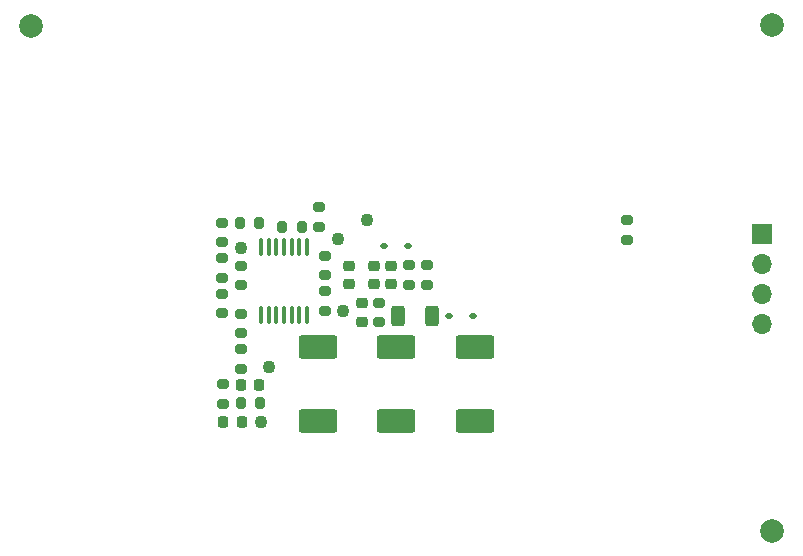
<source format=gbr>
%TF.GenerationSoftware,KiCad,Pcbnew,8.0.4*%
%TF.CreationDate,2024-08-14T23:05:24-07:00*%
%TF.ProjectId,SleepyWoof,536c6565-7079-4576-9f6f-662e6b696361,rev?*%
%TF.SameCoordinates,Original*%
%TF.FileFunction,Soldermask,Top*%
%TF.FilePolarity,Negative*%
%FSLAX46Y46*%
G04 Gerber Fmt 4.6, Leading zero omitted, Abs format (unit mm)*
G04 Created by KiCad (PCBNEW 8.0.4) date 2024-08-14 23:05:24*
%MOMM*%
%LPD*%
G01*
G04 APERTURE LIST*
G04 Aperture macros list*
%AMRoundRect*
0 Rectangle with rounded corners*
0 $1 Rounding radius*
0 $2 $3 $4 $5 $6 $7 $8 $9 X,Y pos of 4 corners*
0 Add a 4 corners polygon primitive as box body*
4,1,4,$2,$3,$4,$5,$6,$7,$8,$9,$2,$3,0*
0 Add four circle primitives for the rounded corners*
1,1,$1+$1,$2,$3*
1,1,$1+$1,$4,$5*
1,1,$1+$1,$6,$7*
1,1,$1+$1,$8,$9*
0 Add four rect primitives between the rounded corners*
20,1,$1+$1,$2,$3,$4,$5,0*
20,1,$1+$1,$4,$5,$6,$7,0*
20,1,$1+$1,$6,$7,$8,$9,0*
20,1,$1+$1,$8,$9,$2,$3,0*%
G04 Aperture macros list end*
%ADD10RoundRect,0.250000X-1.400000X0.750000X-1.400000X-0.750000X1.400000X-0.750000X1.400000X0.750000X0*%
%ADD11C,1.100000*%
%ADD12RoundRect,0.200000X-0.275000X0.200000X-0.275000X-0.200000X0.275000X-0.200000X0.275000X0.200000X0*%
%ADD13C,2.000000*%
%ADD14R,1.700000X1.700000*%
%ADD15O,1.700000X1.700000*%
%ADD16RoundRect,0.250000X0.312500X0.625000X-0.312500X0.625000X-0.312500X-0.625000X0.312500X-0.625000X0*%
%ADD17RoundRect,0.112500X-0.187500X-0.112500X0.187500X-0.112500X0.187500X0.112500X-0.187500X0.112500X0*%
%ADD18RoundRect,0.225000X0.250000X-0.225000X0.250000X0.225000X-0.250000X0.225000X-0.250000X-0.225000X0*%
%ADD19RoundRect,0.200000X0.275000X-0.200000X0.275000X0.200000X-0.275000X0.200000X-0.275000X-0.200000X0*%
%ADD20RoundRect,0.200000X0.200000X0.275000X-0.200000X0.275000X-0.200000X-0.275000X0.200000X-0.275000X0*%
%ADD21RoundRect,0.100000X0.100000X-0.637500X0.100000X0.637500X-0.100000X0.637500X-0.100000X-0.637500X0*%
%ADD22RoundRect,0.225000X-0.250000X0.225000X-0.250000X-0.225000X0.250000X-0.225000X0.250000X0.225000X0*%
%ADD23RoundRect,0.218750X-0.218750X-0.256250X0.218750X-0.256250X0.218750X0.256250X-0.218750X0.256250X0*%
%ADD24RoundRect,0.225000X0.225000X0.250000X-0.225000X0.250000X-0.225000X-0.250000X0.225000X-0.250000X0*%
G04 APERTURE END LIST*
D10*
%TO.C,C3*%
X188160000Y-107572500D03*
X188160000Y-113772500D03*
%TD*%
%TO.C,C2*%
X181525000Y-107572500D03*
X181525000Y-113772500D03*
%TD*%
%TO.C,C1*%
X174890000Y-107572500D03*
X174890000Y-113772500D03*
%TD*%
D11*
%TO.C,TP5*%
X168405000Y-99135000D03*
%TD*%
D12*
%TO.C,R10*%
X175530000Y-102810000D03*
X175530000Y-104460000D03*
%TD*%
D11*
%TO.C,TP6*%
X179017500Y-96835000D03*
%TD*%
D13*
%TO.C,FID3*%
X213370000Y-123120000D03*
%TD*%
D12*
%TO.C,R14*%
X182605000Y-100610000D03*
X182605000Y-102260000D03*
%TD*%
D14*
%TO.C,J1*%
X212480000Y-98000000D03*
D15*
X212480000Y-100540000D03*
X212480000Y-103080000D03*
X212480000Y-105620000D03*
%TD*%
D16*
%TO.C,R1*%
X184580000Y-104935000D03*
X181655000Y-104935000D03*
%TD*%
D12*
%TO.C,R17*%
X168400000Y-100675000D03*
X168400000Y-102325000D03*
%TD*%
D17*
%TO.C,D1*%
X185967500Y-104935000D03*
X188067500Y-104935000D03*
%TD*%
D13*
%TO.C,FID1*%
X150600000Y-80350000D03*
%TD*%
D12*
%TO.C,R16*%
X184105000Y-100610000D03*
X184105000Y-102260000D03*
%TD*%
D18*
%TO.C,C8*%
X177505000Y-102235000D03*
X177505000Y-100685000D03*
%TD*%
D11*
%TO.C,TP3*%
X177005000Y-104460000D03*
%TD*%
D19*
%TO.C,R9*%
X168417500Y-109385000D03*
X168417500Y-107735000D03*
%TD*%
D12*
%TO.C,R5*%
X166817500Y-103035000D03*
X166817500Y-104685000D03*
%TD*%
%TO.C,R6*%
X168405000Y-104735000D03*
X168405000Y-106385000D03*
%TD*%
D17*
%TO.C,D3*%
X180455000Y-98960000D03*
X182555000Y-98960000D03*
%TD*%
D11*
%TO.C,TP2*%
X170080000Y-113897500D03*
%TD*%
D13*
%TO.C,FID2*%
X213310000Y-80280000D03*
%TD*%
D20*
%TO.C,R2*%
X169930000Y-97060000D03*
X168280000Y-97060000D03*
%TD*%
D19*
%TO.C,R13*%
X175005000Y-97360000D03*
X175005000Y-95710000D03*
%TD*%
D21*
%TO.C,U1*%
X170080000Y-104822500D03*
X170730000Y-104822500D03*
X171380000Y-104822500D03*
X172030000Y-104822500D03*
X172680000Y-104822500D03*
X173330000Y-104822500D03*
X173980000Y-104822500D03*
X173980000Y-99097500D03*
X173330000Y-99097500D03*
X172680000Y-99097500D03*
X172030000Y-99097500D03*
X171380000Y-99097500D03*
X170730000Y-99097500D03*
X170080000Y-99097500D03*
%TD*%
D22*
%TO.C,C7*%
X179605000Y-100660000D03*
X179605000Y-102210000D03*
%TD*%
D23*
%TO.C,D2*%
X166882500Y-113860000D03*
X168457500Y-113860000D03*
%TD*%
D19*
%TO.C,R11*%
X180080000Y-105460000D03*
X180080000Y-103810000D03*
%TD*%
D22*
%TO.C,C6*%
X181105000Y-100660000D03*
X181105000Y-102210000D03*
%TD*%
D19*
%TO.C,R12*%
X175530000Y-101460000D03*
X175530000Y-99810000D03*
%TD*%
D12*
%TO.C,R8*%
X166900000Y-110720000D03*
X166900000Y-112370000D03*
%TD*%
D11*
%TO.C,TP4*%
X176605000Y-98360000D03*
%TD*%
D12*
%TO.C,R4*%
X166817500Y-100035000D03*
X166817500Y-101685000D03*
%TD*%
D24*
%TO.C,C4*%
X169942500Y-110800000D03*
X168392500Y-110800000D03*
%TD*%
D20*
%TO.C,R15*%
X173530000Y-97360000D03*
X171880000Y-97360000D03*
%TD*%
D12*
%TO.C,R3*%
X166817500Y-97035000D03*
X166817500Y-98685000D03*
%TD*%
D20*
%TO.C,R7*%
X170005000Y-112300000D03*
X168355000Y-112300000D03*
%TD*%
D12*
%TO.C,R18*%
X201050000Y-96805000D03*
X201050000Y-98455000D03*
%TD*%
D18*
%TO.C,C5*%
X178605000Y-105410000D03*
X178605000Y-103860000D03*
%TD*%
D11*
%TO.C,TP1*%
X170780000Y-109280000D03*
%TD*%
M02*

</source>
